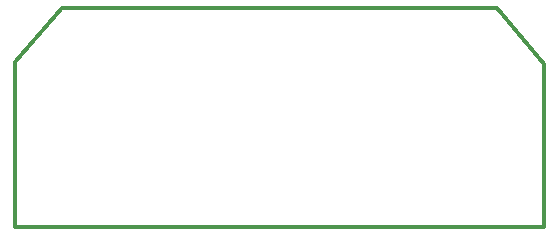
<source format=gbr>
G04 DesignSpark PCB Gerber Version 9.0 Build 5138 *
G04 #@! TF.Part,Single*
%FSLAX35Y35*%
%MOIN*%
%ADD70C,0.01200*%
X0Y0D02*
D02*
D70*
X176978Y54901D02*
X161259Y73612D01*
X16151*
X600Y55374*
Y600*
X176978*
Y54901*
X0Y0D02*
M02*

</source>
